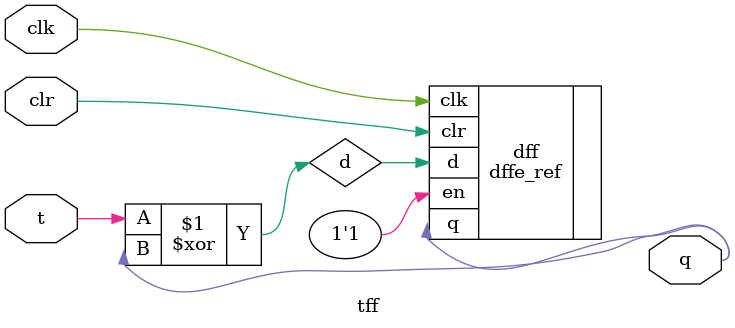
<source format=v>
module tff(q, t, clk, clr);
input t, clk, clr;
output q;
wire d;

assign d = t ^ q;

dffe_ref dff(
    .q(q),
    .d(d),
    .clk(clk),
    .en(1'b1),
    .clr(clr)
);


endmodule
</source>
